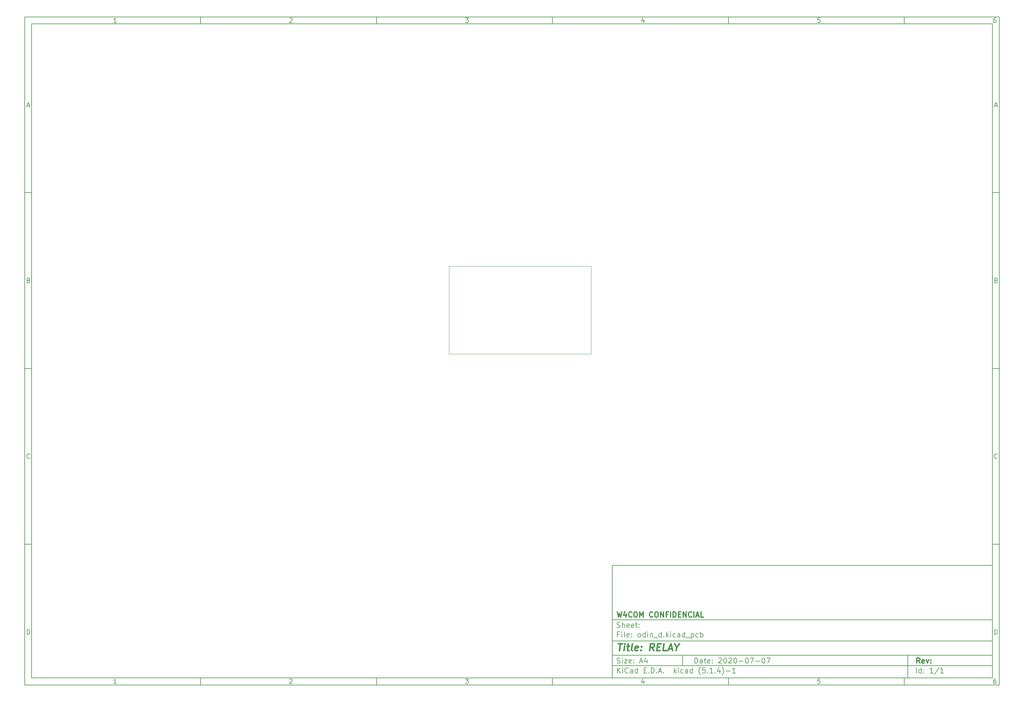
<source format=gbr>
G04 #@! TF.GenerationSoftware,KiCad,Pcbnew,(5.1.4)-1*
G04 #@! TF.CreationDate,2021-05-06T09:23:44-03:00*
G04 #@! TF.ProjectId,odin_d,6f64696e-5f64-42e6-9b69-6361645f7063,rev?*
G04 #@! TF.SameCoordinates,Original*
G04 #@! TF.FileFunction,Profile,NP*
%FSLAX46Y46*%
G04 Gerber Fmt 4.6, Leading zero omitted, Abs format (unit mm)*
G04 Created by KiCad (PCBNEW (5.1.4)-1) date 2021-05-06 09:23:44*
%MOMM*%
%LPD*%
G04 APERTURE LIST*
%ADD10C,0.100000*%
%ADD11C,0.150000*%
%ADD12C,0.300000*%
%ADD13C,0.400000*%
%ADD14C,0.120000*%
G04 APERTURE END LIST*
D10*
D11*
X177002200Y-166007200D02*
X177002200Y-198007200D01*
X285002200Y-198007200D01*
X285002200Y-166007200D01*
X177002200Y-166007200D01*
D10*
D11*
X10000000Y-10000000D02*
X10000000Y-200007200D01*
X287002200Y-200007200D01*
X287002200Y-10000000D01*
X10000000Y-10000000D01*
D10*
D11*
X12000000Y-12000000D02*
X12000000Y-198007200D01*
X285002200Y-198007200D01*
X285002200Y-12000000D01*
X12000000Y-12000000D01*
D10*
D11*
X60000000Y-12000000D02*
X60000000Y-10000000D01*
D10*
D11*
X110000000Y-12000000D02*
X110000000Y-10000000D01*
D10*
D11*
X160000000Y-12000000D02*
X160000000Y-10000000D01*
D10*
D11*
X210000000Y-12000000D02*
X210000000Y-10000000D01*
D10*
D11*
X260000000Y-12000000D02*
X260000000Y-10000000D01*
D10*
D11*
X36065476Y-11588095D02*
X35322619Y-11588095D01*
X35694047Y-11588095D02*
X35694047Y-10288095D01*
X35570238Y-10473809D01*
X35446428Y-10597619D01*
X35322619Y-10659523D01*
D10*
D11*
X85322619Y-10411904D02*
X85384523Y-10350000D01*
X85508333Y-10288095D01*
X85817857Y-10288095D01*
X85941666Y-10350000D01*
X86003571Y-10411904D01*
X86065476Y-10535714D01*
X86065476Y-10659523D01*
X86003571Y-10845238D01*
X85260714Y-11588095D01*
X86065476Y-11588095D01*
D10*
D11*
X135260714Y-10288095D02*
X136065476Y-10288095D01*
X135632142Y-10783333D01*
X135817857Y-10783333D01*
X135941666Y-10845238D01*
X136003571Y-10907142D01*
X136065476Y-11030952D01*
X136065476Y-11340476D01*
X136003571Y-11464285D01*
X135941666Y-11526190D01*
X135817857Y-11588095D01*
X135446428Y-11588095D01*
X135322619Y-11526190D01*
X135260714Y-11464285D01*
D10*
D11*
X185941666Y-10721428D02*
X185941666Y-11588095D01*
X185632142Y-10226190D02*
X185322619Y-11154761D01*
X186127380Y-11154761D01*
D10*
D11*
X236003571Y-10288095D02*
X235384523Y-10288095D01*
X235322619Y-10907142D01*
X235384523Y-10845238D01*
X235508333Y-10783333D01*
X235817857Y-10783333D01*
X235941666Y-10845238D01*
X236003571Y-10907142D01*
X236065476Y-11030952D01*
X236065476Y-11340476D01*
X236003571Y-11464285D01*
X235941666Y-11526190D01*
X235817857Y-11588095D01*
X235508333Y-11588095D01*
X235384523Y-11526190D01*
X235322619Y-11464285D01*
D10*
D11*
X285941666Y-10288095D02*
X285694047Y-10288095D01*
X285570238Y-10350000D01*
X285508333Y-10411904D01*
X285384523Y-10597619D01*
X285322619Y-10845238D01*
X285322619Y-11340476D01*
X285384523Y-11464285D01*
X285446428Y-11526190D01*
X285570238Y-11588095D01*
X285817857Y-11588095D01*
X285941666Y-11526190D01*
X286003571Y-11464285D01*
X286065476Y-11340476D01*
X286065476Y-11030952D01*
X286003571Y-10907142D01*
X285941666Y-10845238D01*
X285817857Y-10783333D01*
X285570238Y-10783333D01*
X285446428Y-10845238D01*
X285384523Y-10907142D01*
X285322619Y-11030952D01*
D10*
D11*
X60000000Y-198007200D02*
X60000000Y-200007200D01*
D10*
D11*
X110000000Y-198007200D02*
X110000000Y-200007200D01*
D10*
D11*
X160000000Y-198007200D02*
X160000000Y-200007200D01*
D10*
D11*
X210000000Y-198007200D02*
X210000000Y-200007200D01*
D10*
D11*
X260000000Y-198007200D02*
X260000000Y-200007200D01*
D10*
D11*
X36065476Y-199595295D02*
X35322619Y-199595295D01*
X35694047Y-199595295D02*
X35694047Y-198295295D01*
X35570238Y-198481009D01*
X35446428Y-198604819D01*
X35322619Y-198666723D01*
D10*
D11*
X85322619Y-198419104D02*
X85384523Y-198357200D01*
X85508333Y-198295295D01*
X85817857Y-198295295D01*
X85941666Y-198357200D01*
X86003571Y-198419104D01*
X86065476Y-198542914D01*
X86065476Y-198666723D01*
X86003571Y-198852438D01*
X85260714Y-199595295D01*
X86065476Y-199595295D01*
D10*
D11*
X135260714Y-198295295D02*
X136065476Y-198295295D01*
X135632142Y-198790533D01*
X135817857Y-198790533D01*
X135941666Y-198852438D01*
X136003571Y-198914342D01*
X136065476Y-199038152D01*
X136065476Y-199347676D01*
X136003571Y-199471485D01*
X135941666Y-199533390D01*
X135817857Y-199595295D01*
X135446428Y-199595295D01*
X135322619Y-199533390D01*
X135260714Y-199471485D01*
D10*
D11*
X185941666Y-198728628D02*
X185941666Y-199595295D01*
X185632142Y-198233390D02*
X185322619Y-199161961D01*
X186127380Y-199161961D01*
D10*
D11*
X236003571Y-198295295D02*
X235384523Y-198295295D01*
X235322619Y-198914342D01*
X235384523Y-198852438D01*
X235508333Y-198790533D01*
X235817857Y-198790533D01*
X235941666Y-198852438D01*
X236003571Y-198914342D01*
X236065476Y-199038152D01*
X236065476Y-199347676D01*
X236003571Y-199471485D01*
X235941666Y-199533390D01*
X235817857Y-199595295D01*
X235508333Y-199595295D01*
X235384523Y-199533390D01*
X235322619Y-199471485D01*
D10*
D11*
X285941666Y-198295295D02*
X285694047Y-198295295D01*
X285570238Y-198357200D01*
X285508333Y-198419104D01*
X285384523Y-198604819D01*
X285322619Y-198852438D01*
X285322619Y-199347676D01*
X285384523Y-199471485D01*
X285446428Y-199533390D01*
X285570238Y-199595295D01*
X285817857Y-199595295D01*
X285941666Y-199533390D01*
X286003571Y-199471485D01*
X286065476Y-199347676D01*
X286065476Y-199038152D01*
X286003571Y-198914342D01*
X285941666Y-198852438D01*
X285817857Y-198790533D01*
X285570238Y-198790533D01*
X285446428Y-198852438D01*
X285384523Y-198914342D01*
X285322619Y-199038152D01*
D10*
D11*
X10000000Y-60000000D02*
X12000000Y-60000000D01*
D10*
D11*
X10000000Y-110000000D02*
X12000000Y-110000000D01*
D10*
D11*
X10000000Y-160000000D02*
X12000000Y-160000000D01*
D10*
D11*
X10690476Y-35216666D02*
X11309523Y-35216666D01*
X10566666Y-35588095D02*
X11000000Y-34288095D01*
X11433333Y-35588095D01*
D10*
D11*
X11092857Y-84907142D02*
X11278571Y-84969047D01*
X11340476Y-85030952D01*
X11402380Y-85154761D01*
X11402380Y-85340476D01*
X11340476Y-85464285D01*
X11278571Y-85526190D01*
X11154761Y-85588095D01*
X10659523Y-85588095D01*
X10659523Y-84288095D01*
X11092857Y-84288095D01*
X11216666Y-84350000D01*
X11278571Y-84411904D01*
X11340476Y-84535714D01*
X11340476Y-84659523D01*
X11278571Y-84783333D01*
X11216666Y-84845238D01*
X11092857Y-84907142D01*
X10659523Y-84907142D01*
D10*
D11*
X11402380Y-135464285D02*
X11340476Y-135526190D01*
X11154761Y-135588095D01*
X11030952Y-135588095D01*
X10845238Y-135526190D01*
X10721428Y-135402380D01*
X10659523Y-135278571D01*
X10597619Y-135030952D01*
X10597619Y-134845238D01*
X10659523Y-134597619D01*
X10721428Y-134473809D01*
X10845238Y-134350000D01*
X11030952Y-134288095D01*
X11154761Y-134288095D01*
X11340476Y-134350000D01*
X11402380Y-134411904D01*
D10*
D11*
X10659523Y-185588095D02*
X10659523Y-184288095D01*
X10969047Y-184288095D01*
X11154761Y-184350000D01*
X11278571Y-184473809D01*
X11340476Y-184597619D01*
X11402380Y-184845238D01*
X11402380Y-185030952D01*
X11340476Y-185278571D01*
X11278571Y-185402380D01*
X11154761Y-185526190D01*
X10969047Y-185588095D01*
X10659523Y-185588095D01*
D10*
D11*
X287002200Y-60000000D02*
X285002200Y-60000000D01*
D10*
D11*
X287002200Y-110000000D02*
X285002200Y-110000000D01*
D10*
D11*
X287002200Y-160000000D02*
X285002200Y-160000000D01*
D10*
D11*
X285692676Y-35216666D02*
X286311723Y-35216666D01*
X285568866Y-35588095D02*
X286002200Y-34288095D01*
X286435533Y-35588095D01*
D10*
D11*
X286095057Y-84907142D02*
X286280771Y-84969047D01*
X286342676Y-85030952D01*
X286404580Y-85154761D01*
X286404580Y-85340476D01*
X286342676Y-85464285D01*
X286280771Y-85526190D01*
X286156961Y-85588095D01*
X285661723Y-85588095D01*
X285661723Y-84288095D01*
X286095057Y-84288095D01*
X286218866Y-84350000D01*
X286280771Y-84411904D01*
X286342676Y-84535714D01*
X286342676Y-84659523D01*
X286280771Y-84783333D01*
X286218866Y-84845238D01*
X286095057Y-84907142D01*
X285661723Y-84907142D01*
D10*
D11*
X286404580Y-135464285D02*
X286342676Y-135526190D01*
X286156961Y-135588095D01*
X286033152Y-135588095D01*
X285847438Y-135526190D01*
X285723628Y-135402380D01*
X285661723Y-135278571D01*
X285599819Y-135030952D01*
X285599819Y-134845238D01*
X285661723Y-134597619D01*
X285723628Y-134473809D01*
X285847438Y-134350000D01*
X286033152Y-134288095D01*
X286156961Y-134288095D01*
X286342676Y-134350000D01*
X286404580Y-134411904D01*
D10*
D11*
X285661723Y-185588095D02*
X285661723Y-184288095D01*
X285971247Y-184288095D01*
X286156961Y-184350000D01*
X286280771Y-184473809D01*
X286342676Y-184597619D01*
X286404580Y-184845238D01*
X286404580Y-185030952D01*
X286342676Y-185278571D01*
X286280771Y-185402380D01*
X286156961Y-185526190D01*
X285971247Y-185588095D01*
X285661723Y-185588095D01*
D10*
D11*
X200434342Y-193785771D02*
X200434342Y-192285771D01*
X200791485Y-192285771D01*
X201005771Y-192357200D01*
X201148628Y-192500057D01*
X201220057Y-192642914D01*
X201291485Y-192928628D01*
X201291485Y-193142914D01*
X201220057Y-193428628D01*
X201148628Y-193571485D01*
X201005771Y-193714342D01*
X200791485Y-193785771D01*
X200434342Y-193785771D01*
X202577200Y-193785771D02*
X202577200Y-193000057D01*
X202505771Y-192857200D01*
X202362914Y-192785771D01*
X202077200Y-192785771D01*
X201934342Y-192857200D01*
X202577200Y-193714342D02*
X202434342Y-193785771D01*
X202077200Y-193785771D01*
X201934342Y-193714342D01*
X201862914Y-193571485D01*
X201862914Y-193428628D01*
X201934342Y-193285771D01*
X202077200Y-193214342D01*
X202434342Y-193214342D01*
X202577200Y-193142914D01*
X203077200Y-192785771D02*
X203648628Y-192785771D01*
X203291485Y-192285771D02*
X203291485Y-193571485D01*
X203362914Y-193714342D01*
X203505771Y-193785771D01*
X203648628Y-193785771D01*
X204720057Y-193714342D02*
X204577200Y-193785771D01*
X204291485Y-193785771D01*
X204148628Y-193714342D01*
X204077200Y-193571485D01*
X204077200Y-193000057D01*
X204148628Y-192857200D01*
X204291485Y-192785771D01*
X204577200Y-192785771D01*
X204720057Y-192857200D01*
X204791485Y-193000057D01*
X204791485Y-193142914D01*
X204077200Y-193285771D01*
X205434342Y-193642914D02*
X205505771Y-193714342D01*
X205434342Y-193785771D01*
X205362914Y-193714342D01*
X205434342Y-193642914D01*
X205434342Y-193785771D01*
X205434342Y-192857200D02*
X205505771Y-192928628D01*
X205434342Y-193000057D01*
X205362914Y-192928628D01*
X205434342Y-192857200D01*
X205434342Y-193000057D01*
X207220057Y-192428628D02*
X207291485Y-192357200D01*
X207434342Y-192285771D01*
X207791485Y-192285771D01*
X207934342Y-192357200D01*
X208005771Y-192428628D01*
X208077200Y-192571485D01*
X208077200Y-192714342D01*
X208005771Y-192928628D01*
X207148628Y-193785771D01*
X208077200Y-193785771D01*
X209005771Y-192285771D02*
X209148628Y-192285771D01*
X209291485Y-192357200D01*
X209362914Y-192428628D01*
X209434342Y-192571485D01*
X209505771Y-192857200D01*
X209505771Y-193214342D01*
X209434342Y-193500057D01*
X209362914Y-193642914D01*
X209291485Y-193714342D01*
X209148628Y-193785771D01*
X209005771Y-193785771D01*
X208862914Y-193714342D01*
X208791485Y-193642914D01*
X208720057Y-193500057D01*
X208648628Y-193214342D01*
X208648628Y-192857200D01*
X208720057Y-192571485D01*
X208791485Y-192428628D01*
X208862914Y-192357200D01*
X209005771Y-192285771D01*
X210077200Y-192428628D02*
X210148628Y-192357200D01*
X210291485Y-192285771D01*
X210648628Y-192285771D01*
X210791485Y-192357200D01*
X210862914Y-192428628D01*
X210934342Y-192571485D01*
X210934342Y-192714342D01*
X210862914Y-192928628D01*
X210005771Y-193785771D01*
X210934342Y-193785771D01*
X211862914Y-192285771D02*
X212005771Y-192285771D01*
X212148628Y-192357200D01*
X212220057Y-192428628D01*
X212291485Y-192571485D01*
X212362914Y-192857200D01*
X212362914Y-193214342D01*
X212291485Y-193500057D01*
X212220057Y-193642914D01*
X212148628Y-193714342D01*
X212005771Y-193785771D01*
X211862914Y-193785771D01*
X211720057Y-193714342D01*
X211648628Y-193642914D01*
X211577200Y-193500057D01*
X211505771Y-193214342D01*
X211505771Y-192857200D01*
X211577200Y-192571485D01*
X211648628Y-192428628D01*
X211720057Y-192357200D01*
X211862914Y-192285771D01*
X213005771Y-193214342D02*
X214148628Y-193214342D01*
X215148628Y-192285771D02*
X215291485Y-192285771D01*
X215434342Y-192357200D01*
X215505771Y-192428628D01*
X215577200Y-192571485D01*
X215648628Y-192857200D01*
X215648628Y-193214342D01*
X215577200Y-193500057D01*
X215505771Y-193642914D01*
X215434342Y-193714342D01*
X215291485Y-193785771D01*
X215148628Y-193785771D01*
X215005771Y-193714342D01*
X214934342Y-193642914D01*
X214862914Y-193500057D01*
X214791485Y-193214342D01*
X214791485Y-192857200D01*
X214862914Y-192571485D01*
X214934342Y-192428628D01*
X215005771Y-192357200D01*
X215148628Y-192285771D01*
X216148628Y-192285771D02*
X217148628Y-192285771D01*
X216505771Y-193785771D01*
X217720057Y-193214342D02*
X218862914Y-193214342D01*
X219862914Y-192285771D02*
X220005771Y-192285771D01*
X220148628Y-192357200D01*
X220220057Y-192428628D01*
X220291485Y-192571485D01*
X220362914Y-192857200D01*
X220362914Y-193214342D01*
X220291485Y-193500057D01*
X220220057Y-193642914D01*
X220148628Y-193714342D01*
X220005771Y-193785771D01*
X219862914Y-193785771D01*
X219720057Y-193714342D01*
X219648628Y-193642914D01*
X219577200Y-193500057D01*
X219505771Y-193214342D01*
X219505771Y-192857200D01*
X219577200Y-192571485D01*
X219648628Y-192428628D01*
X219720057Y-192357200D01*
X219862914Y-192285771D01*
X220862914Y-192285771D02*
X221862914Y-192285771D01*
X221220057Y-193785771D01*
D10*
D11*
X177002200Y-194507200D02*
X285002200Y-194507200D01*
D10*
D11*
X178434342Y-196585771D02*
X178434342Y-195085771D01*
X179291485Y-196585771D02*
X178648628Y-195728628D01*
X179291485Y-195085771D02*
X178434342Y-195942914D01*
X179934342Y-196585771D02*
X179934342Y-195585771D01*
X179934342Y-195085771D02*
X179862914Y-195157200D01*
X179934342Y-195228628D01*
X180005771Y-195157200D01*
X179934342Y-195085771D01*
X179934342Y-195228628D01*
X181505771Y-196442914D02*
X181434342Y-196514342D01*
X181220057Y-196585771D01*
X181077200Y-196585771D01*
X180862914Y-196514342D01*
X180720057Y-196371485D01*
X180648628Y-196228628D01*
X180577200Y-195942914D01*
X180577200Y-195728628D01*
X180648628Y-195442914D01*
X180720057Y-195300057D01*
X180862914Y-195157200D01*
X181077200Y-195085771D01*
X181220057Y-195085771D01*
X181434342Y-195157200D01*
X181505771Y-195228628D01*
X182791485Y-196585771D02*
X182791485Y-195800057D01*
X182720057Y-195657200D01*
X182577200Y-195585771D01*
X182291485Y-195585771D01*
X182148628Y-195657200D01*
X182791485Y-196514342D02*
X182648628Y-196585771D01*
X182291485Y-196585771D01*
X182148628Y-196514342D01*
X182077200Y-196371485D01*
X182077200Y-196228628D01*
X182148628Y-196085771D01*
X182291485Y-196014342D01*
X182648628Y-196014342D01*
X182791485Y-195942914D01*
X184148628Y-196585771D02*
X184148628Y-195085771D01*
X184148628Y-196514342D02*
X184005771Y-196585771D01*
X183720057Y-196585771D01*
X183577200Y-196514342D01*
X183505771Y-196442914D01*
X183434342Y-196300057D01*
X183434342Y-195871485D01*
X183505771Y-195728628D01*
X183577200Y-195657200D01*
X183720057Y-195585771D01*
X184005771Y-195585771D01*
X184148628Y-195657200D01*
X186005771Y-195800057D02*
X186505771Y-195800057D01*
X186720057Y-196585771D02*
X186005771Y-196585771D01*
X186005771Y-195085771D01*
X186720057Y-195085771D01*
X187362914Y-196442914D02*
X187434342Y-196514342D01*
X187362914Y-196585771D01*
X187291485Y-196514342D01*
X187362914Y-196442914D01*
X187362914Y-196585771D01*
X188077200Y-196585771D02*
X188077200Y-195085771D01*
X188434342Y-195085771D01*
X188648628Y-195157200D01*
X188791485Y-195300057D01*
X188862914Y-195442914D01*
X188934342Y-195728628D01*
X188934342Y-195942914D01*
X188862914Y-196228628D01*
X188791485Y-196371485D01*
X188648628Y-196514342D01*
X188434342Y-196585771D01*
X188077200Y-196585771D01*
X189577200Y-196442914D02*
X189648628Y-196514342D01*
X189577200Y-196585771D01*
X189505771Y-196514342D01*
X189577200Y-196442914D01*
X189577200Y-196585771D01*
X190220057Y-196157200D02*
X190934342Y-196157200D01*
X190077200Y-196585771D02*
X190577200Y-195085771D01*
X191077200Y-196585771D01*
X191577200Y-196442914D02*
X191648628Y-196514342D01*
X191577200Y-196585771D01*
X191505771Y-196514342D01*
X191577200Y-196442914D01*
X191577200Y-196585771D01*
X194577200Y-196585771D02*
X194577200Y-195085771D01*
X194720057Y-196014342D02*
X195148628Y-196585771D01*
X195148628Y-195585771D02*
X194577200Y-196157200D01*
X195791485Y-196585771D02*
X195791485Y-195585771D01*
X195791485Y-195085771D02*
X195720057Y-195157200D01*
X195791485Y-195228628D01*
X195862914Y-195157200D01*
X195791485Y-195085771D01*
X195791485Y-195228628D01*
X197148628Y-196514342D02*
X197005771Y-196585771D01*
X196720057Y-196585771D01*
X196577200Y-196514342D01*
X196505771Y-196442914D01*
X196434342Y-196300057D01*
X196434342Y-195871485D01*
X196505771Y-195728628D01*
X196577200Y-195657200D01*
X196720057Y-195585771D01*
X197005771Y-195585771D01*
X197148628Y-195657200D01*
X198434342Y-196585771D02*
X198434342Y-195800057D01*
X198362914Y-195657200D01*
X198220057Y-195585771D01*
X197934342Y-195585771D01*
X197791485Y-195657200D01*
X198434342Y-196514342D02*
X198291485Y-196585771D01*
X197934342Y-196585771D01*
X197791485Y-196514342D01*
X197720057Y-196371485D01*
X197720057Y-196228628D01*
X197791485Y-196085771D01*
X197934342Y-196014342D01*
X198291485Y-196014342D01*
X198434342Y-195942914D01*
X199791485Y-196585771D02*
X199791485Y-195085771D01*
X199791485Y-196514342D02*
X199648628Y-196585771D01*
X199362914Y-196585771D01*
X199220057Y-196514342D01*
X199148628Y-196442914D01*
X199077200Y-196300057D01*
X199077200Y-195871485D01*
X199148628Y-195728628D01*
X199220057Y-195657200D01*
X199362914Y-195585771D01*
X199648628Y-195585771D01*
X199791485Y-195657200D01*
X202077200Y-197157200D02*
X202005771Y-197085771D01*
X201862914Y-196871485D01*
X201791485Y-196728628D01*
X201720057Y-196514342D01*
X201648628Y-196157200D01*
X201648628Y-195871485D01*
X201720057Y-195514342D01*
X201791485Y-195300057D01*
X201862914Y-195157200D01*
X202005771Y-194942914D01*
X202077200Y-194871485D01*
X203362914Y-195085771D02*
X202648628Y-195085771D01*
X202577200Y-195800057D01*
X202648628Y-195728628D01*
X202791485Y-195657200D01*
X203148628Y-195657200D01*
X203291485Y-195728628D01*
X203362914Y-195800057D01*
X203434342Y-195942914D01*
X203434342Y-196300057D01*
X203362914Y-196442914D01*
X203291485Y-196514342D01*
X203148628Y-196585771D01*
X202791485Y-196585771D01*
X202648628Y-196514342D01*
X202577200Y-196442914D01*
X204077200Y-196442914D02*
X204148628Y-196514342D01*
X204077200Y-196585771D01*
X204005771Y-196514342D01*
X204077200Y-196442914D01*
X204077200Y-196585771D01*
X205577200Y-196585771D02*
X204720057Y-196585771D01*
X205148628Y-196585771D02*
X205148628Y-195085771D01*
X205005771Y-195300057D01*
X204862914Y-195442914D01*
X204720057Y-195514342D01*
X206220057Y-196442914D02*
X206291485Y-196514342D01*
X206220057Y-196585771D01*
X206148628Y-196514342D01*
X206220057Y-196442914D01*
X206220057Y-196585771D01*
X207577200Y-195585771D02*
X207577200Y-196585771D01*
X207220057Y-195014342D02*
X206862914Y-196085771D01*
X207791485Y-196085771D01*
X208220057Y-197157200D02*
X208291485Y-197085771D01*
X208434342Y-196871485D01*
X208505771Y-196728628D01*
X208577200Y-196514342D01*
X208648628Y-196157200D01*
X208648628Y-195871485D01*
X208577200Y-195514342D01*
X208505771Y-195300057D01*
X208434342Y-195157200D01*
X208291485Y-194942914D01*
X208220057Y-194871485D01*
X209362914Y-196014342D02*
X210505771Y-196014342D01*
X212005771Y-196585771D02*
X211148628Y-196585771D01*
X211577200Y-196585771D02*
X211577200Y-195085771D01*
X211434342Y-195300057D01*
X211291485Y-195442914D01*
X211148628Y-195514342D01*
D10*
D11*
X177002200Y-191507200D02*
X285002200Y-191507200D01*
D10*
D12*
X264411485Y-193785771D02*
X263911485Y-193071485D01*
X263554342Y-193785771D02*
X263554342Y-192285771D01*
X264125771Y-192285771D01*
X264268628Y-192357200D01*
X264340057Y-192428628D01*
X264411485Y-192571485D01*
X264411485Y-192785771D01*
X264340057Y-192928628D01*
X264268628Y-193000057D01*
X264125771Y-193071485D01*
X263554342Y-193071485D01*
X265625771Y-193714342D02*
X265482914Y-193785771D01*
X265197200Y-193785771D01*
X265054342Y-193714342D01*
X264982914Y-193571485D01*
X264982914Y-193000057D01*
X265054342Y-192857200D01*
X265197200Y-192785771D01*
X265482914Y-192785771D01*
X265625771Y-192857200D01*
X265697200Y-193000057D01*
X265697200Y-193142914D01*
X264982914Y-193285771D01*
X266197200Y-192785771D02*
X266554342Y-193785771D01*
X266911485Y-192785771D01*
X267482914Y-193642914D02*
X267554342Y-193714342D01*
X267482914Y-193785771D01*
X267411485Y-193714342D01*
X267482914Y-193642914D01*
X267482914Y-193785771D01*
X267482914Y-192857200D02*
X267554342Y-192928628D01*
X267482914Y-193000057D01*
X267411485Y-192928628D01*
X267482914Y-192857200D01*
X267482914Y-193000057D01*
D10*
D11*
X178362914Y-193714342D02*
X178577200Y-193785771D01*
X178934342Y-193785771D01*
X179077200Y-193714342D01*
X179148628Y-193642914D01*
X179220057Y-193500057D01*
X179220057Y-193357200D01*
X179148628Y-193214342D01*
X179077200Y-193142914D01*
X178934342Y-193071485D01*
X178648628Y-193000057D01*
X178505771Y-192928628D01*
X178434342Y-192857200D01*
X178362914Y-192714342D01*
X178362914Y-192571485D01*
X178434342Y-192428628D01*
X178505771Y-192357200D01*
X178648628Y-192285771D01*
X179005771Y-192285771D01*
X179220057Y-192357200D01*
X179862914Y-193785771D02*
X179862914Y-192785771D01*
X179862914Y-192285771D02*
X179791485Y-192357200D01*
X179862914Y-192428628D01*
X179934342Y-192357200D01*
X179862914Y-192285771D01*
X179862914Y-192428628D01*
X180434342Y-192785771D02*
X181220057Y-192785771D01*
X180434342Y-193785771D01*
X181220057Y-193785771D01*
X182362914Y-193714342D02*
X182220057Y-193785771D01*
X181934342Y-193785771D01*
X181791485Y-193714342D01*
X181720057Y-193571485D01*
X181720057Y-193000057D01*
X181791485Y-192857200D01*
X181934342Y-192785771D01*
X182220057Y-192785771D01*
X182362914Y-192857200D01*
X182434342Y-193000057D01*
X182434342Y-193142914D01*
X181720057Y-193285771D01*
X183077200Y-193642914D02*
X183148628Y-193714342D01*
X183077200Y-193785771D01*
X183005771Y-193714342D01*
X183077200Y-193642914D01*
X183077200Y-193785771D01*
X183077200Y-192857200D02*
X183148628Y-192928628D01*
X183077200Y-193000057D01*
X183005771Y-192928628D01*
X183077200Y-192857200D01*
X183077200Y-193000057D01*
X184862914Y-193357200D02*
X185577200Y-193357200D01*
X184720057Y-193785771D02*
X185220057Y-192285771D01*
X185720057Y-193785771D01*
X186862914Y-192785771D02*
X186862914Y-193785771D01*
X186505771Y-192214342D02*
X186148628Y-193285771D01*
X187077200Y-193285771D01*
D10*
D11*
X263434342Y-196585771D02*
X263434342Y-195085771D01*
X264791485Y-196585771D02*
X264791485Y-195085771D01*
X264791485Y-196514342D02*
X264648628Y-196585771D01*
X264362914Y-196585771D01*
X264220057Y-196514342D01*
X264148628Y-196442914D01*
X264077200Y-196300057D01*
X264077200Y-195871485D01*
X264148628Y-195728628D01*
X264220057Y-195657200D01*
X264362914Y-195585771D01*
X264648628Y-195585771D01*
X264791485Y-195657200D01*
X265505771Y-196442914D02*
X265577200Y-196514342D01*
X265505771Y-196585771D01*
X265434342Y-196514342D01*
X265505771Y-196442914D01*
X265505771Y-196585771D01*
X265505771Y-195657200D02*
X265577200Y-195728628D01*
X265505771Y-195800057D01*
X265434342Y-195728628D01*
X265505771Y-195657200D01*
X265505771Y-195800057D01*
X268148628Y-196585771D02*
X267291485Y-196585771D01*
X267720057Y-196585771D02*
X267720057Y-195085771D01*
X267577200Y-195300057D01*
X267434342Y-195442914D01*
X267291485Y-195514342D01*
X269862914Y-195014342D02*
X268577200Y-196942914D01*
X271148628Y-196585771D02*
X270291485Y-196585771D01*
X270720057Y-196585771D02*
X270720057Y-195085771D01*
X270577200Y-195300057D01*
X270434342Y-195442914D01*
X270291485Y-195514342D01*
D10*
D11*
X177002200Y-187507200D02*
X285002200Y-187507200D01*
D10*
D13*
X178714580Y-188211961D02*
X179857438Y-188211961D01*
X179036009Y-190211961D02*
X179286009Y-188211961D01*
X180274104Y-190211961D02*
X180440771Y-188878628D01*
X180524104Y-188211961D02*
X180416961Y-188307200D01*
X180500295Y-188402438D01*
X180607438Y-188307200D01*
X180524104Y-188211961D01*
X180500295Y-188402438D01*
X181107438Y-188878628D02*
X181869342Y-188878628D01*
X181476485Y-188211961D02*
X181262200Y-189926247D01*
X181333628Y-190116723D01*
X181512200Y-190211961D01*
X181702676Y-190211961D01*
X182655057Y-190211961D02*
X182476485Y-190116723D01*
X182405057Y-189926247D01*
X182619342Y-188211961D01*
X184190771Y-190116723D02*
X183988390Y-190211961D01*
X183607438Y-190211961D01*
X183428866Y-190116723D01*
X183357438Y-189926247D01*
X183452676Y-189164342D01*
X183571723Y-188973866D01*
X183774104Y-188878628D01*
X184155057Y-188878628D01*
X184333628Y-188973866D01*
X184405057Y-189164342D01*
X184381247Y-189354819D01*
X183405057Y-189545295D01*
X185155057Y-190021485D02*
X185238390Y-190116723D01*
X185131247Y-190211961D01*
X185047914Y-190116723D01*
X185155057Y-190021485D01*
X185131247Y-190211961D01*
X185286009Y-188973866D02*
X185369342Y-189069104D01*
X185262200Y-189164342D01*
X185178866Y-189069104D01*
X185286009Y-188973866D01*
X185262200Y-189164342D01*
X188750295Y-190211961D02*
X188202676Y-189259580D01*
X187607438Y-190211961D02*
X187857438Y-188211961D01*
X188619342Y-188211961D01*
X188797914Y-188307200D01*
X188881247Y-188402438D01*
X188952676Y-188592914D01*
X188916961Y-188878628D01*
X188797914Y-189069104D01*
X188690771Y-189164342D01*
X188488390Y-189259580D01*
X187726485Y-189259580D01*
X189738390Y-189164342D02*
X190405057Y-189164342D01*
X190559819Y-190211961D02*
X189607438Y-190211961D01*
X189857438Y-188211961D01*
X190809819Y-188211961D01*
X192369342Y-190211961D02*
X191416961Y-190211961D01*
X191666961Y-188211961D01*
X193012200Y-189640533D02*
X193964580Y-189640533D01*
X192750295Y-190211961D02*
X193666961Y-188211961D01*
X194083628Y-190211961D01*
X195250295Y-189259580D02*
X195131247Y-190211961D01*
X194714580Y-188211961D02*
X195250295Y-189259580D01*
X196047914Y-188211961D01*
D10*
D11*
X178934342Y-185600057D02*
X178434342Y-185600057D01*
X178434342Y-186385771D02*
X178434342Y-184885771D01*
X179148628Y-184885771D01*
X179720057Y-186385771D02*
X179720057Y-185385771D01*
X179720057Y-184885771D02*
X179648628Y-184957200D01*
X179720057Y-185028628D01*
X179791485Y-184957200D01*
X179720057Y-184885771D01*
X179720057Y-185028628D01*
X180648628Y-186385771D02*
X180505771Y-186314342D01*
X180434342Y-186171485D01*
X180434342Y-184885771D01*
X181791485Y-186314342D02*
X181648628Y-186385771D01*
X181362914Y-186385771D01*
X181220057Y-186314342D01*
X181148628Y-186171485D01*
X181148628Y-185600057D01*
X181220057Y-185457200D01*
X181362914Y-185385771D01*
X181648628Y-185385771D01*
X181791485Y-185457200D01*
X181862914Y-185600057D01*
X181862914Y-185742914D01*
X181148628Y-185885771D01*
X182505771Y-186242914D02*
X182577200Y-186314342D01*
X182505771Y-186385771D01*
X182434342Y-186314342D01*
X182505771Y-186242914D01*
X182505771Y-186385771D01*
X182505771Y-185457200D02*
X182577200Y-185528628D01*
X182505771Y-185600057D01*
X182434342Y-185528628D01*
X182505771Y-185457200D01*
X182505771Y-185600057D01*
X184577200Y-186385771D02*
X184434342Y-186314342D01*
X184362914Y-186242914D01*
X184291485Y-186100057D01*
X184291485Y-185671485D01*
X184362914Y-185528628D01*
X184434342Y-185457200D01*
X184577200Y-185385771D01*
X184791485Y-185385771D01*
X184934342Y-185457200D01*
X185005771Y-185528628D01*
X185077200Y-185671485D01*
X185077200Y-186100057D01*
X185005771Y-186242914D01*
X184934342Y-186314342D01*
X184791485Y-186385771D01*
X184577200Y-186385771D01*
X186362914Y-186385771D02*
X186362914Y-184885771D01*
X186362914Y-186314342D02*
X186220057Y-186385771D01*
X185934342Y-186385771D01*
X185791485Y-186314342D01*
X185720057Y-186242914D01*
X185648628Y-186100057D01*
X185648628Y-185671485D01*
X185720057Y-185528628D01*
X185791485Y-185457200D01*
X185934342Y-185385771D01*
X186220057Y-185385771D01*
X186362914Y-185457200D01*
X187077200Y-186385771D02*
X187077200Y-185385771D01*
X187077200Y-184885771D02*
X187005771Y-184957200D01*
X187077200Y-185028628D01*
X187148628Y-184957200D01*
X187077200Y-184885771D01*
X187077200Y-185028628D01*
X187791485Y-185385771D02*
X187791485Y-186385771D01*
X187791485Y-185528628D02*
X187862914Y-185457200D01*
X188005771Y-185385771D01*
X188220057Y-185385771D01*
X188362914Y-185457200D01*
X188434342Y-185600057D01*
X188434342Y-186385771D01*
X188791485Y-186528628D02*
X189934342Y-186528628D01*
X190934342Y-186385771D02*
X190934342Y-184885771D01*
X190934342Y-186314342D02*
X190791485Y-186385771D01*
X190505771Y-186385771D01*
X190362914Y-186314342D01*
X190291485Y-186242914D01*
X190220057Y-186100057D01*
X190220057Y-185671485D01*
X190291485Y-185528628D01*
X190362914Y-185457200D01*
X190505771Y-185385771D01*
X190791485Y-185385771D01*
X190934342Y-185457200D01*
X191648628Y-186242914D02*
X191720057Y-186314342D01*
X191648628Y-186385771D01*
X191577200Y-186314342D01*
X191648628Y-186242914D01*
X191648628Y-186385771D01*
X192362914Y-186385771D02*
X192362914Y-184885771D01*
X192505771Y-185814342D02*
X192934342Y-186385771D01*
X192934342Y-185385771D02*
X192362914Y-185957200D01*
X193577200Y-186385771D02*
X193577200Y-185385771D01*
X193577200Y-184885771D02*
X193505771Y-184957200D01*
X193577200Y-185028628D01*
X193648628Y-184957200D01*
X193577200Y-184885771D01*
X193577200Y-185028628D01*
X194934342Y-186314342D02*
X194791485Y-186385771D01*
X194505771Y-186385771D01*
X194362914Y-186314342D01*
X194291485Y-186242914D01*
X194220057Y-186100057D01*
X194220057Y-185671485D01*
X194291485Y-185528628D01*
X194362914Y-185457200D01*
X194505771Y-185385771D01*
X194791485Y-185385771D01*
X194934342Y-185457200D01*
X196220057Y-186385771D02*
X196220057Y-185600057D01*
X196148628Y-185457200D01*
X196005771Y-185385771D01*
X195720057Y-185385771D01*
X195577200Y-185457200D01*
X196220057Y-186314342D02*
X196077200Y-186385771D01*
X195720057Y-186385771D01*
X195577200Y-186314342D01*
X195505771Y-186171485D01*
X195505771Y-186028628D01*
X195577200Y-185885771D01*
X195720057Y-185814342D01*
X196077200Y-185814342D01*
X196220057Y-185742914D01*
X197577200Y-186385771D02*
X197577200Y-184885771D01*
X197577200Y-186314342D02*
X197434342Y-186385771D01*
X197148628Y-186385771D01*
X197005771Y-186314342D01*
X196934342Y-186242914D01*
X196862914Y-186100057D01*
X196862914Y-185671485D01*
X196934342Y-185528628D01*
X197005771Y-185457200D01*
X197148628Y-185385771D01*
X197434342Y-185385771D01*
X197577200Y-185457200D01*
X197934342Y-186528628D02*
X199077200Y-186528628D01*
X199434342Y-185385771D02*
X199434342Y-186885771D01*
X199434342Y-185457200D02*
X199577200Y-185385771D01*
X199862914Y-185385771D01*
X200005771Y-185457200D01*
X200077200Y-185528628D01*
X200148628Y-185671485D01*
X200148628Y-186100057D01*
X200077200Y-186242914D01*
X200005771Y-186314342D01*
X199862914Y-186385771D01*
X199577200Y-186385771D01*
X199434342Y-186314342D01*
X201434342Y-186314342D02*
X201291485Y-186385771D01*
X201005771Y-186385771D01*
X200862914Y-186314342D01*
X200791485Y-186242914D01*
X200720057Y-186100057D01*
X200720057Y-185671485D01*
X200791485Y-185528628D01*
X200862914Y-185457200D01*
X201005771Y-185385771D01*
X201291485Y-185385771D01*
X201434342Y-185457200D01*
X202077200Y-186385771D02*
X202077200Y-184885771D01*
X202077200Y-185457200D02*
X202220057Y-185385771D01*
X202505771Y-185385771D01*
X202648628Y-185457200D01*
X202720057Y-185528628D01*
X202791485Y-185671485D01*
X202791485Y-186100057D01*
X202720057Y-186242914D01*
X202648628Y-186314342D01*
X202505771Y-186385771D01*
X202220057Y-186385771D01*
X202077200Y-186314342D01*
D10*
D11*
X177002200Y-181507200D02*
X285002200Y-181507200D01*
D10*
D11*
X178362914Y-183614342D02*
X178577200Y-183685771D01*
X178934342Y-183685771D01*
X179077200Y-183614342D01*
X179148628Y-183542914D01*
X179220057Y-183400057D01*
X179220057Y-183257200D01*
X179148628Y-183114342D01*
X179077200Y-183042914D01*
X178934342Y-182971485D01*
X178648628Y-182900057D01*
X178505771Y-182828628D01*
X178434342Y-182757200D01*
X178362914Y-182614342D01*
X178362914Y-182471485D01*
X178434342Y-182328628D01*
X178505771Y-182257200D01*
X178648628Y-182185771D01*
X179005771Y-182185771D01*
X179220057Y-182257200D01*
X179862914Y-183685771D02*
X179862914Y-182185771D01*
X180505771Y-183685771D02*
X180505771Y-182900057D01*
X180434342Y-182757200D01*
X180291485Y-182685771D01*
X180077200Y-182685771D01*
X179934342Y-182757200D01*
X179862914Y-182828628D01*
X181791485Y-183614342D02*
X181648628Y-183685771D01*
X181362914Y-183685771D01*
X181220057Y-183614342D01*
X181148628Y-183471485D01*
X181148628Y-182900057D01*
X181220057Y-182757200D01*
X181362914Y-182685771D01*
X181648628Y-182685771D01*
X181791485Y-182757200D01*
X181862914Y-182900057D01*
X181862914Y-183042914D01*
X181148628Y-183185771D01*
X183077200Y-183614342D02*
X182934342Y-183685771D01*
X182648628Y-183685771D01*
X182505771Y-183614342D01*
X182434342Y-183471485D01*
X182434342Y-182900057D01*
X182505771Y-182757200D01*
X182648628Y-182685771D01*
X182934342Y-182685771D01*
X183077200Y-182757200D01*
X183148628Y-182900057D01*
X183148628Y-183042914D01*
X182434342Y-183185771D01*
X183577200Y-182685771D02*
X184148628Y-182685771D01*
X183791485Y-182185771D02*
X183791485Y-183471485D01*
X183862914Y-183614342D01*
X184005771Y-183685771D01*
X184148628Y-183685771D01*
X184648628Y-183542914D02*
X184720057Y-183614342D01*
X184648628Y-183685771D01*
X184577200Y-183614342D01*
X184648628Y-183542914D01*
X184648628Y-183685771D01*
X184648628Y-182757200D02*
X184720057Y-182828628D01*
X184648628Y-182900057D01*
X184577200Y-182828628D01*
X184648628Y-182757200D01*
X184648628Y-182900057D01*
D10*
D12*
X178411485Y-179185771D02*
X178768628Y-180685771D01*
X179054342Y-179614342D01*
X179340057Y-180685771D01*
X179697200Y-179185771D01*
X180911485Y-179685771D02*
X180911485Y-180685771D01*
X180554342Y-179114342D02*
X180197200Y-180185771D01*
X181125771Y-180185771D01*
X182554342Y-180542914D02*
X182482914Y-180614342D01*
X182268628Y-180685771D01*
X182125771Y-180685771D01*
X181911485Y-180614342D01*
X181768628Y-180471485D01*
X181697200Y-180328628D01*
X181625771Y-180042914D01*
X181625771Y-179828628D01*
X181697200Y-179542914D01*
X181768628Y-179400057D01*
X181911485Y-179257200D01*
X182125771Y-179185771D01*
X182268628Y-179185771D01*
X182482914Y-179257200D01*
X182554342Y-179328628D01*
X183482914Y-179185771D02*
X183768628Y-179185771D01*
X183911485Y-179257200D01*
X184054342Y-179400057D01*
X184125771Y-179685771D01*
X184125771Y-180185771D01*
X184054342Y-180471485D01*
X183911485Y-180614342D01*
X183768628Y-180685771D01*
X183482914Y-180685771D01*
X183340057Y-180614342D01*
X183197200Y-180471485D01*
X183125771Y-180185771D01*
X183125771Y-179685771D01*
X183197200Y-179400057D01*
X183340057Y-179257200D01*
X183482914Y-179185771D01*
X184768628Y-180685771D02*
X184768628Y-179185771D01*
X185268628Y-180257200D01*
X185768628Y-179185771D01*
X185768628Y-180685771D01*
X188482914Y-180542914D02*
X188411485Y-180614342D01*
X188197200Y-180685771D01*
X188054342Y-180685771D01*
X187840057Y-180614342D01*
X187697200Y-180471485D01*
X187625771Y-180328628D01*
X187554342Y-180042914D01*
X187554342Y-179828628D01*
X187625771Y-179542914D01*
X187697200Y-179400057D01*
X187840057Y-179257200D01*
X188054342Y-179185771D01*
X188197200Y-179185771D01*
X188411485Y-179257200D01*
X188482914Y-179328628D01*
X189411485Y-179185771D02*
X189697200Y-179185771D01*
X189840057Y-179257200D01*
X189982914Y-179400057D01*
X190054342Y-179685771D01*
X190054342Y-180185771D01*
X189982914Y-180471485D01*
X189840057Y-180614342D01*
X189697200Y-180685771D01*
X189411485Y-180685771D01*
X189268628Y-180614342D01*
X189125771Y-180471485D01*
X189054342Y-180185771D01*
X189054342Y-179685771D01*
X189125771Y-179400057D01*
X189268628Y-179257200D01*
X189411485Y-179185771D01*
X190697200Y-180685771D02*
X190697200Y-179185771D01*
X191554342Y-180685771D01*
X191554342Y-179185771D01*
X192768628Y-179900057D02*
X192268628Y-179900057D01*
X192268628Y-180685771D02*
X192268628Y-179185771D01*
X192982914Y-179185771D01*
X193554342Y-180685771D02*
X193554342Y-179185771D01*
X194268628Y-180685771D02*
X194268628Y-179185771D01*
X194625771Y-179185771D01*
X194840057Y-179257200D01*
X194982914Y-179400057D01*
X195054342Y-179542914D01*
X195125771Y-179828628D01*
X195125771Y-180042914D01*
X195054342Y-180328628D01*
X194982914Y-180471485D01*
X194840057Y-180614342D01*
X194625771Y-180685771D01*
X194268628Y-180685771D01*
X195768628Y-179900057D02*
X196268628Y-179900057D01*
X196482914Y-180685771D02*
X195768628Y-180685771D01*
X195768628Y-179185771D01*
X196482914Y-179185771D01*
X197125771Y-180685771D02*
X197125771Y-179185771D01*
X197982914Y-180685771D01*
X197982914Y-179185771D01*
X199554342Y-180542914D02*
X199482914Y-180614342D01*
X199268628Y-180685771D01*
X199125771Y-180685771D01*
X198911485Y-180614342D01*
X198768628Y-180471485D01*
X198697200Y-180328628D01*
X198625771Y-180042914D01*
X198625771Y-179828628D01*
X198697200Y-179542914D01*
X198768628Y-179400057D01*
X198911485Y-179257200D01*
X199125771Y-179185771D01*
X199268628Y-179185771D01*
X199482914Y-179257200D01*
X199554342Y-179328628D01*
X200197200Y-180685771D02*
X200197200Y-179185771D01*
X200840057Y-180257200D02*
X201554342Y-180257200D01*
X200697200Y-180685771D02*
X201197200Y-179185771D01*
X201697200Y-180685771D01*
X202911485Y-180685771D02*
X202197200Y-180685771D01*
X202197200Y-179185771D01*
D10*
D11*
X197002200Y-191507200D02*
X197002200Y-194507200D01*
D10*
D11*
X261002200Y-191507200D02*
X261002200Y-198007200D01*
D14*
X170990000Y-105890000D02*
X170990000Y-80880000D01*
X170990000Y-105890000D02*
X130550000Y-105890000D01*
X130550000Y-105890000D02*
X130550000Y-80880000D01*
X170990000Y-80880000D02*
X130550000Y-80880000D01*
M02*

</source>
